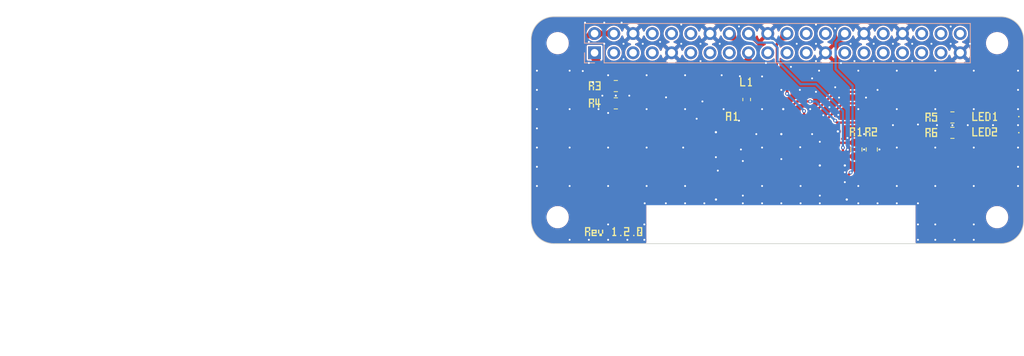
<source format=kicad_pcb>
(kicad_pcb (version 20241229) (generator "pcbnew") (generator_version "9.0")
  (title_block (title "Radio Module 2 uHAT for Pico Series") (date "2026-02-20") (rev "1.2.0") (company "LiterallySomeCat"))
  (layers (0 "F.Cu" mixed) (2 "B.Cu" mixed) (5 "F.SilkS" user "F.Silkscreen") (7 "B.SilkS" user "B.Silkscreen") (1 "F.Mask" user) (3 "B.Mask" user) (25 "Edge.Cuts" user))
  (net 0 "")
  (net 1 "GND")
  (net 2 "/GPIO3")
  (net 3 "/GPIO12")
  (net 4 "/GPIO13")
  (net 5 "/GPIO18")
  (net 6 "/GPIO17")
  (net 7 "/GPIO14")
  (net 8 "/GPIO27")
  (net 9 "/GPIO22")
  (net 10 "/GPIO23")
  (net 11 "/GPIO26")
  (net 12 "/GPIO24")
  (net 13 "/GPIO2")
  (net 14 "/GPIO1")
  (net 15 "/GPIO25")
  (net 16 "/GPIO9")
  (net 17 "/GPIO10")
  (net 18 "/GPIO20")
  (net 19 "/GPIO19")
  (net 20 "/GPIO8")
  (net 21 "/GPIO0")
  (net 22 "/GPIO6")
  (net 23 "/GPIO7")
  (net 24 "/GPIO11")
  (net 25 "/GPIO4")
  (net 26 "/GPIO16")
  (net 27 "/GPIO21")
  (net 28 "Net-(A1-DO)")
  (net 29 "+5V")
  (net 30 "+3V3")
  (net 31 "/WL_GPIO2")
  (net 33 "/WL_GPIO0")
  (net 34 "/WL_GPIO1")
  (net 36 "Net-(A1-VDDIO)")
  (net 38 "Net-(A1-nIRQ)")
  (net 39 "/GPIO5")
  (net 40 "/GPIO15")
  (net 41 "Net-(LED1-A)")
  (net 42 "Net-(LED2-A)")
  (footprint "MountingHole:MountingHole_2.7mm_M2.5" (layer "F.Cu") (at 161.5 73.5)
    (property "Reference" "MH2" (hide yes))
    (property "Value" "MountingHole_2.7mm_M2.5" (hide yes))
    (pad "" np_thru_hole circle (at 0 0) (size 2.7 2.7) (drill 2.7) (layers "*.Cu" "*.Mask"))
  )
  (footprint "lsc-resistor:R_ERA-6A_0805_2012Metric" (layer "F.Cu") (at 111.176 81.458 180)
    (property "Reference" "R4" (at 2.696 0 180) (layer "F.SilkS") (effects (font (size 1.35 1.35) (thickness 0.254) (bold yes))))
    (property "Value" "470")
    (fp_line (start -0.227064 0.735) (end 0.227064 0.735) (stroke (width 0.12)) (layer "F.SilkS"))
    (fp_line (start -0.227064 -0.735) (end 0.227064 -0.735) (stroke (width 0.12)) (layer "F.SilkS"))
    (pad "1" smd roundrect (at -0.9125 0 180) (size 1.025 1.4) (layers "F.Cu" "F.Mask" "F.Paste") (roundrect_rratio 0.243902) (net 34 "/WL_GPIO1"))
    (pad "2" smd roundrect (at 0.9125 0 180) (size 1.025 1.4) (layers "F.Cu" "F.Mask" "F.Paste") (roundrect_rratio 0.243902) (net 1 "GND"))
  )
  (footprint "lsc-led-smd:LED_599-00XX-137F_0603_1608Metric" (layer "F.Cu") (at 162.992 85.36 180)
    (property "Reference" "LED2" (at 3.048 0.092 180) (layer "F.SilkS") (effects (font (size 1.35 1.35) (thickness 0.254) (bold yes))))
    (property "Value" "YL-GN" (hide yes))
    (fp_circle (center -1.3716 0.0254) (end -1.3716 0.0754) (stroke (width 0.1)) (fill yes) (layer "F.SilkS"))
    (pad "1" smd roundrect (at -0.75 0 270) (size 0.8 0.8) (layers "F.Cu" "F.Mask" "F.Paste") (net 1 "GND"))
    (pad "2" smd roundrect (at 0.75 0 270) (size 0.8 0.8) (layers "F.Cu" "F.Mask" "F.Paste") (net 42 "Net-(LED2-A)"))
  )
  (footprint "MountingHole:MountingHole_2.7mm_M2.5" (layer "F.Cu") (at 103.5 96.5)
    (property "Reference" "MH3" (hide yes))
    (property "Value" "MountingHole_2.7mm_M2.5" (hide yes))
    (pad "" np_thru_hole circle (at 0 0) (size 2.7 2.7) (drill 2.7) (layers "*.Cu" "*.Mask"))
  )
  (footprint "lsc-module:rpi_rmc20452t" (layer "F.Cu") (at 133.02 91.618 180)
    (property "Reference" "A1" (at 5.588 7.62 0) (layer "F.SilkS") (effects (font (size 1.35 1.35) (thickness 0.254) (bold yes)) (justify right bottom)))
    (property "Value" "RMC20452" (hide yes))
    (pad "1" smd roundrect (at -6.75 -2.55 180) (size 2 1) (layers "F.Cu" "F.Mask" "F.Paste") (net 1 "GND") (clearance 0))
    (pad "2" smd roundrect (at -6.75 -1.05 180) (size 2 1) (layers "F.Cu" "F.Mask" "F.Paste") (clearance 0))
    (pad "3" smd roundrect (at -6.75 0.45 180) (size 2 1) (layers "F.Cu" "F.Mask" "F.Paste") (net 14 "/GPIO1") (clearance 0))
    (pad "4" smd roundrect (at -6.75 1.95 180) (size 2 1) (layers "F.Cu" "F.Mask" "F.Paste") (net 1 "GND") (clearance 0))
    (pad "5" smd roundrect (at -6.75 3.45 180) (size 2 1) (layers "F.Cu" "F.Mask" "F.Paste") (net 12 "/GPIO24") (clearance 0))
    (pad "6" smd roundrect (at -6.75 4.95 180) (size 2 1) (layers "F.Cu" "F.Mask" "F.Paste") (net 28 "Net-(A1-DO)") (clearance 0))
    (pad "7" smd roundrect (at -6.75 6.45 180) (size 2 1) (layers "F.Cu" "F.Mask" "F.Paste") (net 1 "GND") (clearance 0))
    (pad "8" smd roundrect (at -4.5 7.75 270) (size 2 1) (layers "F.Cu" "F.Mask" "F.Paste") (net 33 "/WL_GPIO0") (clearance 0))
    (pad "9" smd roundrect (at -3 7.75 270) (size 2 1) (layers "F.Cu" "F.Mask" "F.Paste") (net 15 "/GPIO25") (clearance 0))
    (pad "10" smd roundrect (at -1.5 7.75 270) (size 2 1) (layers "F.Cu" "F.Mask" "F.Paste") (net 38 "Net-(A1-nIRQ)") (clearance 0))
    (pad "11" smd roundrect (at 0 7.75 270) (size 2 1) (layers "F.Cu" "F.Mask" "F.Paste") (net 1 "GND") (clearance 0))
    (pad "12" smd roundrect (at 1.5 7.75 270) (size 2 1) (layers "F.Cu" "F.Mask" "F.Paste") (net 10 "/GPIO23") (clearance 0))
    (pad "13" smd roundrect (at 3 7.75 270) (size 2 1) (layers "F.Cu" "F.Mask" "F.Paste") (net 10 "/GPIO23") (clearance 0))
    (pad "14" smd roundrect (at 4.5 7.75 270) (size 2 1) (layers "F.Cu" "F.Mask" "F.Paste") (net 36 "Net-(A1-VDDIO)") (clearance 0))
    (pad "15" smd roundrect (at 6.75 6.45) (size 2 1) (layers "F.Cu" "F.Mask" "F.Paste") (net 1 "GND") (clearance 0))
    (pad "16" smd roundrect (at 6.75 4.95) (size 2 1) (layers "F.Cu" "F.Mask" "F.Paste") (net 36 "Net-(A1-VDDIO)") (clearance 0))
    (pad "17" smd roundrect (at 6.75 3.45) (size 2 1) (layers "F.Cu" "F.Mask" "F.Paste") (net 31 "/WL_GPIO2") (clearance 0))
    (pad "18" smd roundrect (at 6.75 1.95) (size 2 1) (layers "F.Cu" "F.Mask" "F.Paste") (net 34 "/WL_GPIO1") (clearance 0))
    (pad "19" smd roundrect (at 6.75 0.45) (size 2 1) (layers "F.Cu" "F.Mask" "F.Paste") (clearance 0))
    (pad "20" smd roundrect (at 6.75 -1.05) (size 2 1) (layers "F.Cu" "F.Mask" "F.Paste") (clearance 0))
    (pad "21" smd roundrect (at 6.75 -2.55) (size 2 1) (layers "F.Cu" "F.Mask" "F.Paste") (net 1 "GND") (clearance 0))
  )
  (footprint "MountingHole:MountingHole_2.7mm_M2.5" (layer "F.Cu") (at 103.5 73.5)
    (property "Reference" "MH1" (hide yes))
    (property "Value" "MountingHole_2.7mm_M2.5" (hide yes))
    (pad "" np_thru_hole circle (at 0 0) (size 2.7 2.7) (drill 2.7) (layers "*.Cu" "*.Mask"))
  )
  (footprint "lsc-resistor:R_ERA-6A_0805_2012Metric" (layer "F.Cu") (at 142.926 87.554 90)
    (property "Reference" "R1" (at 2.286 0 180) (layer "F.SilkS") (effects (font (size 1.35 1.35) (thickness 0.254) (bold yes))))
    (property "Value" "10k")
    (fp_line (start -0.227064 -0.735) (end 0.227064 -0.735) (stroke (width 0.12)) (layer "F.SilkS"))
    (fp_line (start -0.227064 0.735) (end 0.227064 0.735) (stroke (width 0.12)) (layer "F.SilkS"))
    (pad "1" smd roundrect (at -0.9125 0 90) (size 1.025 1.4) (layers "F.Cu" "F.Mask" "F.Paste") (roundrect_rratio 0.243902) (net 12 "/GPIO24"))
    (pad "2" smd roundrect (at 0.9125 0 90) (size 1.025 1.4) (layers "F.Cu" "F.Mask" "F.Paste") (roundrect_rratio 0.243902) (net 28 "Net-(A1-DO)"))
  )
  (footprint "lsc-resistor:R_ERA-6A_0805_2012Metric" (layer "F.Cu") (at 111.176 79.172)
    (property "Reference" "R3" (at -2.696 0 0) (layer "F.SilkS") (effects (font (size 1.35 1.35) (thickness 0.254) (bold yes))))
    (property "Value" "470")
    (fp_line (start -0.227064 -0.735) (end 0.227064 -0.735) (stroke (width 0.12)) (layer "F.SilkS"))
    (fp_line (start -0.227064 0.735) (end 0.227064 0.735) (stroke (width 0.12)) (layer "F.SilkS"))
    (pad "1" smd roundrect (at -0.9125 0) (size 1.025 1.4) (layers "F.Cu" "F.Mask" "F.Paste") (roundrect_rratio 0.243902) (net 29 "+5V"))
    (pad "2" smd roundrect (at 0.9125 0) (size 1.025 1.4) (layers "F.Cu" "F.Mask" "F.Paste") (roundrect_rratio 0.243902) (net 34 "/WL_GPIO1"))
  )
  (footprint "lsc-resistor:R_ERA-6A_0805_2012Metric" (layer "F.Cu") (at 144.958 87.554 90)
    (property "Reference" "R2" (at 2.286 0 0) (layer "F.SilkS") (effects (font (size 1.35 1.35) (thickness 0.254) (bold yes))))
    (property "Value" "10k")
    (fp_line (start -0.227064 -0.735) (end 0.227064 -0.735) (stroke (width 0.12)) (layer "F.SilkS"))
    (fp_line (start -0.227064 0.735) (end 0.227064 0.735) (stroke (width 0.12)) (layer "F.SilkS"))
    (pad "1" smd roundrect (at -0.9125 0 90) (size 1.025 1.4) (layers "F.Cu" "F.Mask" "F.Paste") (roundrect_rratio 0.243902) (net 12 "/GPIO24"))
    (pad "2" smd roundrect (at 0.9125 0 90) (size 1.025 1.4) (layers "F.Cu" "F.Mask" "F.Paste") (roundrect_rratio 0.243902) (net 38 "Net-(A1-nIRQ)"))
  )
  (footprint "MountingHole:MountingHole_2.7mm_M2.5" (layer "F.Cu") (at 161.5 96.5)
    (property "Reference" "MH4" (hide yes))
    (property "Value" "MountingHole_2.7mm_M2.5" (hide yes))
    (pad "" np_thru_hole circle (at 0 0) (size 2.7 2.7) (drill 2.7) (layers "*.Cu" "*.Mask"))
  )
  (footprint "lsc-resistor:R_ERA-6A_0805_2012Metric" (layer "F.Cu") (at 155.6 83.32 180)
    (property "Reference" "R5" (at 2.7 0 180) (layer "F.SilkS") (effects (font (size 1.35 1.35) (thickness 0.254) (bold yes))))
    (property "Value" "470")
    (fp_line (start -0.227064 0.735) (end 0.227064 0.735) (stroke (width 0.12)) (layer "F.SilkS"))
    (fp_line (start -0.227064 -0.735) (end 0.227064 -0.735) (stroke (width 0.12)) (layer "F.SilkS"))
    (pad "1" smd roundrect (at -0.9125 0 180) (size 1.025 1.4) (layers "F.Cu" "F.Mask" "F.Paste") (roundrect_rratio 0.243902) (net 41 "Net-(LED1-A)"))
    (pad "2" smd roundrect (at 0.9125 0 180) (size 1.025 1.4) (layers "F.Cu" "F.Mask" "F.Paste") (roundrect_rratio 0.243902) (net 33 "/WL_GPIO0"))
  )
  (footprint "lsc-resistor:R_ERA-6A_0805_2012Metric" (layer "F.Cu") (at 155.6 85.354 180)
    (property "Reference" "R6" (at 2.7 0 180) (layer "F.SilkS") (effects (font (size 1.35 1.35) (thickness 0.254) (bold yes))))
    (property "Value" "470")
    (fp_line (start -0.227064 0.735) (end 0.227064 0.735) (stroke (width 0.12)) (layer "F.SilkS"))
    (fp_line (start -0.227064 -0.735) (end 0.227064 -0.735) (stroke (width 0.12)) (layer "F.SilkS"))
    (pad "1" smd roundrect (at -0.9125 0 180) (size 1.025 1.4) (layers "F.Cu" "F.Mask" "F.Paste") (roundrect_rratio 0.243902) (net 42 "Net-(LED2-A)"))
    (pad "2" smd roundrect (at 0.9125 0 180) (size 1.025 1.4) (layers "F.Cu" "F.Mask" "F.Paste") (roundrect_rratio 0.243902) (net 31 "/WL_GPIO2"))
  )
  (footprint "lsc-led-smd:LED_599-00XX-137F_0603_1608Metric" (layer "F.Cu") (at 162.992 83.236 180)
    (property "Reference" "LED1" (at 3.048 0 180) (layer "F.SilkS") (effects (font (size 1.35 1.35) (thickness 0.254) (bold yes))))
    (property "Value" "BU" (hide yes))
    (fp_circle (center -1.3716 0.0254) (end -1.3716 0.0754) (stroke (width 0.1)) (fill yes) (layer "F.SilkS"))
    (pad "1" smd roundrect (at -0.75 0 270) (size 0.8 0.8) (layers "F.Cu" "F.Mask" "F.Paste") (net 1 "GND"))
    (pad "2" smd roundrect (at 0.75 0 270) (size 0.8 0.8) (layers "F.Cu" "F.Mask" "F.Paste") (net 41 "Net-(LED1-A)"))
  )
  (footprint "Inductor_SMD:L_0603_1608Metric_Pad1.05x0.95mm_HandSolder" (layer "F.Cu") (at 128.448 80.95 -90)
    (property "Reference" "L1" (at -2.286 0 0) (layer "F.SilkS") (effects (font (size 1.35 1.35) (thickness 0.254) (bold yes))))
    (property "Value" "BLM18EG471SN1D" (hide yes))
    (fp_line (start -0.171267 0.51) (end 0.171267 0.51) (stroke (width 0.12)) (layer "F.SilkS"))
    (fp_line (start -0.171267 -0.51) (end 0.171267 -0.51) (stroke (width 0.12)) (layer "F.SilkS"))
    (pad "1" smd roundrect (at -0.875 0 270) (size 1.05 0.95) (layers "F.Cu" "F.Mask" "F.Paste") (net 30 "+3V3"))
    (pad "2" smd roundrect (at 0.875 0 270) (size 1.05 0.95) (layers "F.Cu" "F.Mask" "F.Paste") (net 36 "Net-(A1-VDDIO)"))
  )
  (footprint "Connector_PinSocket_2.54mm:PinSocket_2x20_P2.54mm_Vertical" (layer "B.Cu") (at 108.37 74.77 -90)
    (property "Reference" "J1" (hide yes))
    (property "Value" "GPIO" (hide yes))
    (fp_line (start -3.87 1.33) (end -1.27 1.33) (stroke (width 0.12)) (layer "B.SilkS"))
    (fp_line (start -3.87 1.33) (end -3.87 -49.59) (stroke (width 0.12)) (layer "B.SilkS"))
    (fp_line (start -1.27 1.33) (end -1.27 -1.27) (stroke (width 0.12)) (layer "B.SilkS"))
    (fp_line (start 0 1.33) (end 1.33 1.33) (stroke (width 0.12)) (layer "B.SilkS"))
    (fp_line (start 1.33 1.33) (end 1.33 0) (stroke (width 0.12)) (layer "B.SilkS"))
    (fp_line (start -1.27 -1.27) (end 1.33 -1.27) (stroke (width 0.12)) (layer "B.SilkS"))
    (fp_line (start 1.33 -1.27) (end 1.33 -49.59) (stroke (width 0.12)) (layer "B.SilkS"))
    (fp_line (start -3.87 -49.59) (end 1.33 -49.59) (stroke (width 0.12)) (layer "B.SilkS"))
    (pad "1" thru_hole rect (at 0 0 270) (size 1.7 1.7) (drill 1) (layers "*.Cu" "*.Mask") (net 30 "+3V3"))
    (pad "2" thru_hole circle (at -2.54 0 270) (size 1.7 1.7) (drill 1) (layers "*.Cu" "*.Mask") (net 29 "+5V"))
    (pad "3" thru_hole circle (at 0 -2.54 270) (size 1.7 1.7) (drill 1) (layers "*.Cu" "*.Mask") (net 13 "/GPIO2"))
    (pad "4" thru_hole circle (at -2.54 -2.54 270) (size 1.7 1.7) (drill 1) (layers "*.Cu" "*.Mask") (net 29 "+5V"))
    (pad "5" thru_hole circle (at 0 -5.08 270) (size 1.7 1.7) (drill 1) (layers "*.Cu" "*.Mask") (net 2 "/GPIO3"))
    (pad "6" thru_hole circle (at -2.54 -5.08 270) (size 1.7 1.7) (drill 1) (layers "*.Cu" "*.Mask") (net 1 "GND"))
    (pad "7" thru_hole circle (at 0 -7.62 270) (size 1.7 1.7) (drill 1) (layers "*.Cu" "*.Mask") (net 7 "/GPIO14"))
    (pad "8" thru_hole circle (at -2.54 -7.62 270) (size 1.7 1.7) (drill 1) (layers "*.Cu" "*.Mask") (net 25 "/GPIO4"))
    (pad "9" thru_hole circle (at 0 -10.16 270) (size 1.7 1.7) (drill 1) (layers "*.Cu" "*.Mask") (net 1 "GND"))
    (pad "10" thru_hole circle (at -2.54 -10.16 270) (size 1.7 1.7) (drill 1) (layers "*.Cu" "*.Mask") (net 40 "/GPIO15"))
    (pad "11" thru_hole circle (at 0 -12.7 270) (size 1.7 1.7) (drill 1) (layers "*.Cu" "*.Mask") (net 6 "/GPIO17"))
    (pad "12" thru_hole circle (at -2.54 -12.7 270) (size 1.7 1.7) (drill 1) (layers "*.Cu" "*.Mask") (net 5 "/GPIO18"))
    (pad "13" thru_hole circle (at 0 -15.24 270) (size 1.7 1.7) (drill 1) (layers "*.Cu" "*.Mask") (net 8 "/GPIO27"))
    (pad "14" thru_hole circle (at -2.54 -15.24 270) (size 1.7 1.7) (drill 1) (layers "*.Cu" "*.Mask") (net 1 "GND"))
    (pad "15" thru_hole circle (at 0 -17.78 270) (size 1.7 1.7) (drill 1) (layers "*.Cu" "*.Mask") (net 9 "/GPIO22"))
    (pad "16" thru_hole circle (at -2.54 -17.78 270) (size 1.7 1.7) (drill 1) (layers "*.Cu" "*.Mask") (net 10 "/GPIO23"))
    (pad "17" thru_hole circle (at 0 -20.32 270) (size 1.7 1.7) (drill 1) (layers "*.Cu" "*.Mask") (net 30 "+3V3"))
    (pad "18" thru_hole circle (at -2.54 -20.32 270) (size 1.7 1.7) (drill 1) (layers "*.Cu" "*.Mask") (net 12 "/GPIO24"))
    (pad "19" thru_hole circle (at 0 -22.86 270) (size 1.7 1.7) (drill 1) (layers "*.Cu" "*.Mask") (net 24 "/GPIO11"))
    (pad "20" thru_hole circle (at -2.54 -22.86 270) (size 1.7 1.7) (drill 1) (layers "*.Cu" "*.Mask") (net 1 "GND"))
    (pad "21" thru_hole circle (at 0 -25.4 270) (size 1.7 1.7) (drill 1) (layers "*.Cu" "*.Mask") (net 3 "/GPIO12"))
    (pad "22" thru_hole circle (at -2.54 -25.4 270) (size 1.7 1.7) (drill 1) (layers "*.Cu" "*.Mask") (net 15 "/GPIO25"))
    (pad "23" thru_hole circle (at 0 -27.94 270) (size 1.7 1.7) (drill 1) (layers "*.Cu" "*.Mask") (net 17 "/GPIO10"))
    (pad "24" thru_hole circle (at -2.54 -27.94 270) (size 1.7 1.7) (drill 1) (layers "*.Cu" "*.Mask") (net 20 "/GPIO8"))
    (pad "25" thru_hole circle (at 0 -30.48 270) (size 1.7 1.7) (drill 1) (layers "*.Cu" "*.Mask") (net 1 "GND"))
    (pad "26" thru_hole circle (at -2.54 -30.48 270) (size 1.7 1.7) (drill 1) (layers "*.Cu" "*.Mask") (net 23 "/GPIO7"))
    (pad "27" thru_hole circle (at 0 -33.02 270) (size 1.7 1.7) (drill 1) (layers "*.Cu" "*.Mask") (net 21 "/GPIO0"))
    (pad "28" thru_hole circle (at -2.54 -33.02 270) (size 1.7 1.7) (drill 1) (layers "*.Cu" "*.Mask") (net 14 "/GPIO1"))
    (pad "29" thru_hole circle (at 0 -35.56 270) (size 1.7 1.7) (drill 1) (layers "*.Cu" "*.Mask") (net 39 "/GPIO5"))
    (pad "30" thru_hole circle (at -2.54 -35.56 270) (size 1.7 1.7) (drill 1) (layers "*.Cu" "*.Mask") (net 1 "GND"))
    (pad "31" thru_hole circle (at 0 -38.1 270) (size 1.7 1.7) (drill 1) (layers "*.Cu" "*.Mask") (net 22 "/GPIO6"))
    (pad "32" thru_hole circle (at -2.54 -38.1 270) (size 1.7 1.7) (drill 1) (layers "*.Cu" "*.Mask") (net 16 "/GPIO9"))
    (pad "33" thru_hole circle (at 0 -40.64 270) (size 1.7 1.7) (drill 1) (layers "*.Cu" "*.Mask") (net 4 "/GPIO13"))
    (pad "34" thru_hole circle (at -2.54 -40.64 270) (size 1.7 1.7) (drill 1) (layers "*.Cu" "*.Mask") (net 1 "GND"))
    (pad "35" thru_hole circle (at 0 -43.18 270) (size 1.7 1.7) (drill 1) (layers "*.Cu" "*.Mask") (net 19 "/GPIO19"))
    (pad "36" thru_hole circle (at -2.54 -43.18 270) (size 1.7 1.7) (drill 1) (layers "*.Cu" "*.Mask") (net 26 "/GPIO16"))
    (pad "37" thru_hole circle (at 0 -45.72 270) (size 1.7 1.7) (drill 1) (layers "*.Cu" "*.Mask") (net 11 "/GPIO26"))
    (pad "38" thru_hole circle (at -2.54 -45.72 270) (size 1.7 1.7) (drill 1) (layers "*.Cu" "*.Mask") (net 18 "/GPIO20"))
    (pad "39" thru_hole circle (at 0 -48.26 270) (size 1.7 1.7) (drill 1) (layers "*.Cu" "*.Mask") (net 1 "GND"))
    (pad "40" thru_hole circle (at -2.54 -48.26 270) (size 1.7 1.7) (drill 1) (layers "*.Cu" "*.Mask") (net 27 "/GPIO21"))
  )
  (gr_arc (start 162 70) (mid 164.12132 70.87868) (end 165 73) (stroke (width 0.1)) (layer "Edge.Cuts"))
  (gr_line (start 165 97) (end 165 73) (stroke (width 0.1)) (layer "Edge.Cuts"))
  (gr_line (start 100 73) (end 100 97) (stroke (width 0.1)) (layer "Edge.Cuts"))
  (gr_arc (start 103 100) (mid 100.87868 99.12132) (end 100 97) (stroke (width 0.1)) (layer "Edge.Cuts"))
  (gr_line (start 103 100) (end 162 100) (stroke (width 0.1)) (layer "Edge.Cuts"))
  (gr_arc (start 165 97) (mid 164.12132 99.12132) (end 162 100) (stroke (width 0.1)) (layer "Edge.Cuts"))
  (gr_arc (start 100 73) (mid 100.87868 70.87868) (end 103 70) (stroke (width 0.1)) (layer "Edge.Cuts"))
  (gr_line (start 162 70) (end 103 70) (stroke (width 0.1)) (layer "Edge.Cuts"))
  (gr_text "Rev ${REVISION}" (at 107.112 99.238 0) (layer "F.SilkS") (effects (font (size 1.35 1.35) (thickness 0.254) (bold yes)) (justify left bottom)))
  (segment (start 141.656 94.168) (end 139.77 94.168) (width 0.8) (layer "F.Cu") (net 1))
  (segment (start 141.402 89.668) (end 138.1 89.668) (width 0.8) (layer "F.Cu") (net 1))
  (segment (start 126.27 94.168) (end 124.394 94.168) (width 0.8) (layer "F.Cu") (net 1))
  (segment (start 138.618 94.168) (end 138.1 93.65) (width 0.5) (layer "F.Cu") (net 1))
  (segment (start 126.27 94.168) (end 127.422 94.168) (width 0.5) (layer "F.Cu") (net 1))
  (segment (start 124.892 85.268) (end 124.384 85.268) (width 0.8) (layer "F.Cu") (net 1))
  (segment (start 124.384 85.268) (end 126.17 85.268) (width 0.8) (layer "F.Cu") (net 1))
  (segment (start 133.274 82.22) (end 133.02 82.474) (width 0.8) (layer "F.Cu") (net 1))
  (segment (start 139.77 94.168) (end 138.618 94.168) (width 0.5) (layer "F.Cu") (net 1))
  (segment (start 126.17 85.268) (end 126.27 85.168) (width 0.8) (layer "F.Cu") (net 1))
  (segment (start 133.02 83.868) (end 133.02 85.522) (width 0.8) (layer "F.Cu") (net 1))
  (segment (start 127.422 94.168) (end 127.94 93.65) (width 0.5) (layer "F.Cu") (net 1))
  (segment (start 133.02 82.474) (end 133.02 83.868) (width 0.8) (layer "F.Cu") (net 1))
  (segment (start 140.481 85.168) (end 139.77 85.168) (width 0.8) (layer "F.Cu") (net 1))
  (segment (start 124.394 94.168) (end 124.384 94.158) (width 0.8) (layer "F.Cu") (net 1))
  (via (at 120.32 82.22) (size 0.508) (drill 0.254) (layers "F.Cu" "B.Cu") (net 1))
  (via (at 140.894 76.124) (size 0.508) (drill 0.254) (layers "F.Cu" "B.Cu") (net 1))
  (via (at 127.94 93.65) (size 0.508) (drill 0.254) (layers "F.Cu" "B.Cu") (net 1))
  (via (at 130.48 82.22) (size 0.508) (drill 0.254) (layers "F.Cu" "B.Cu") (net 1))
  (via (at 111.938 70.79) (size 0.508) (drill 0.254) (layers "F.Cu" "B.Cu") (net 1))
  (via (at 137.084 78.156) (size 0.508) (drill 0.254) (layers "F.Cu" "B.Cu") (net 1))
  (via (at 147.752 75.87) (size 0.508) (drill 0.254) (layers "F.Cu" "B.Cu") (net 1))
  (via (at 151.054 94.666) (size 0.508) (drill 0.254) (layers "F.Cu" "B.Cu") (net 1))
  (via (at 143.18 94.666) (size 0.508) (drill 0.254) (layers "F.Cu" "B.Cu") (net 1))
  (via (at 117.78 94.666) (size 0.508) (drill 0.254) (layers "F.Cu" "B.Cu") (net 1))
  (via (at 140.132 71.552) (size 0.508) (drill 0.254) (layers "F.Cu" "B.Cu") (net 1))
  (via (at 143.942 85.522) (size 0.508) (drill 0.254) (layers "F.Cu" "B.Cu") (net 1))
  (via (at 137.592 75.87) (size 0.508) (drill 0.254) (layers "F.Cu" "B.Cu") (net 1))
  (via (at 152.832 73.584) (size 0.508) (drill 0.254) (layers "F.Cu" "B.Cu") (net 1))
  (via (at 111.176 80.442) (size 0.508) (drill 0.254) (layers "F.Cu" "B.Cu") (net 1))
  (via (at 143.18 77.14) (size 0.508) (drill 0.254) (layers "F.Cu" "B.Cu") (net 1))
  (via (at 148.26 77.14) (size 0.508) (drill 0.254) (layers "F.Cu" "B.Cu") (net 1))
  (via (at 150.292 73.584) (size 0.508) (drill 0.254) (layers "F.Cu" "B.Cu") (net 1))
  (via (at 112.192 73.584) (size 0.508) (drill 0.254) (layers "F.Cu" "B.Cu") (net 1))
  (via (at 130.48 77.902) (size 0.508) (drill 0.254) (layers "F.Cu" "B.Cu") (net 1))
  (via (at 140.544 82.982) (size 0.508) (drill 0.254) (layers "F.Cu" "B.Cu") (net 1))
  (via (at 153.566 84.3371) (size 0.508) (drill 0.254) (layers "F.Cu" "B.Cu") (net 1))
  (via (at 158.42 82.22) (size 0.508) (drill 0.254) (layers "F.Cu" "B.Cu") (net 1))
  (via (at 148.26 82.22) (size 0.508) (drill 0.254) (layers "F.Cu" "B.Cu") (net 1))
  (via (at 122.86 94.666) (size 0.508) (drill 0.254) (layers "F.Cu" "B.Cu") (net 1))
  (via (at 106.81388 77.18412) (size 0.508) (drill 0.254) (layers "F.Cu" "B.Cu") (net 1))
  (via (at 145.212 75.87) (size 0.508) (drill 0.254) (layers "F.Cu" "B.Cu") (net 1))
  (via (at 164.262 79.68) (size 0.508) (drill 0.254) (layers "F.Cu" "B.Cu") (net 1))
  (via (at 151.054 84.252) (size 0.508) (drill 0.254) (layers "F.Cu" "B.Cu") (net 1))
  (via (at 153.34 92.38) (size 0.508) (drill 0.254) (layers "F.Cu" "B.Cu") (net 1))
  (via (at 114.936072 97.46) (size 0.508) (drill 0.254) (layers "F.Cu" "B.Cu") (net 1))
  (via (at 119.812 71.044) (size 0.508) (drill 0.254) (layers "F.Cu" "B.Cu") (net 1))
  (via (at 127.94 94.666) (size 0.508) (drill 0.254) (layers "F.Cu" "B.Cu") (net 1))
  (via (at 112.954 80.442) (size 0.508) (drill 0.254) (layers "F.Cu" "B.Cu") (net 1))
  (via (at 138.1 89.668) (size 0.634) (drill 0.3) (layers "F.Cu" "B.Cu") (net 1))
  (via (at 130.48 92.38) (size 0.508) (drill 0.254) (layers "F.Cu" "B.Cu") (net 1))
  (via (at 137.592 71.044) (size 0.508) (drill 0.254) (layers "F.Cu" "B.Cu") (net 1))
  (via (at 151.054 97.46) (size 0.508) (drill 0.254) (layers "F.Cu" "B.Cu") (net 1))
  (via (at 124.892 73.584) (size 0.508) (drill 0.254) (layers "F.Cu" "B.Cu") (net 1))
  (via (at 100.762 89.84) (size 0.508) (drill 0.254) (layers "F.Cu" "B.Cu") (net 1))
  (via (at 143.942 87.554) (size 0.508) (drill 0.254) (layers "F.Cu" "B.Cu") (net 1))
  (via (at 110.16 77.74) (size 0.508) (drill 0.254) (layers "F.Cu" "B.Cu") (net 1))
  (via (at 109.652 73.584) (size 0.508) (drill 0.254) (layers "F.Cu" "B.Cu") (net 1))
  (via (at 137.084 85.522) (size 0.508) (drill 0.254) (layers "F.Cu" "B.Cu") (net 1))
  (via (at 112.192 75.616) (size 0.508) (drill 0.254) (layers "F.Cu" "B.Cu") (net 1))
  (via (at 105.08 82.22) (size 0.508) (drill 0.254) (layers "F.Cu" "B.Cu") (net 1))
  (via (at 114.986 94.666) (size 0.508) (drill 0.254) (layers "F.Cu" "B.Cu") (net 1))
  (via (at 148.26 92.38) (size 0.508) (drill 0.254) (layers "F.Cu" "B.Cu") (net 1))
  (via (at 153.34 82.22) (size 0.508) (drill 0.254) (layers "F.Cu" "B.Cu") (net 1))
  (via (at 153.34 97.46) (size 0.508) (drill 0.254) (layers "F.Cu" "B.Cu") (net 1))
  (via (at 135.513907 87.253907) (size 0.508) (drill 0.254) (layers "F.Cu" "B.Cu") (net 1))
  (via (at 115.24 87.3) (size 0.508) (drill 0.254) (layers "F.Cu" "B.Cu") (net 1))
  (via (at 127.686 87.554) (size 0.508) (drill 0.254) (layers "F.Cu" "B.Cu") (net 1))
  (via (at 115.24 82.22) (size 0.508) (drill 0.254) (layers "F.Cu" "B.Cu") (net 1))
  (via (at 164.262 87.3) (size 0.508) (drill 0.254) (layers "F.Cu" "B.Cu") (net 1))
  (via (at 109.652 70.79) (size 0.508) (drill 0.254) (layers "F.Cu" "B.Cu") (net 1))
  (via (at 153.34 87.3) (size 0.508) (drill 0.254) (layers "F.Cu" "B.Cu") (net 1))
  (via (at 127.432 71.298) (size 0.508) (drill 0.254) (layers "F.Cu" "B.Cu") (net 1))
  (via (at 108.128 78.664) (size 0.508) (drill 0.254) (layers "F.Cu" "B.Cu") (net 1))
  (via (at 145.72 94.666) (size 0.508) (drill 0.254) (layers "F.Cu" "B.Cu") (net 1))
  (via (at 127.551677 77.874323) (size 0.508) (drill 0.254) (layers "F.Cu" "B.Cu") (net 1))
  (via (at 100.762 77.14) (size 0.508) (drill 0.254) (layers "F.Cu" "B.Cu") (net 1))
  (via (at 105.08 77.14) (size 0.508) (drill 0.254) (layers "F.Cu" "B.Cu") (net 1))
  (via (at 107.62 73.33) (size 0.508) (drill 0.254) (layers "F.Cu" "B.Cu") (net 1))
  (via (at 110.16 82.728) (size 0.508) (drill 0.254) (layers "F.Cu" "B.Cu") (net 1))
  (via (at 143.18 82.22) (size 0.508) (drill 0.254) (layers "F.Cu" "B.Cu") (net 1))
  (via (at 153.34 99.492) (size 0.508) (drill 0.254) (layers "F.Cu" "B.Cu") (net 1))
  (via (at 120.066 87.3) (size 0.508) (drill 0.254) (layers "F.Cu" "B.Cu") (net 1))
  (via (at 119.812 73.584) (size 0.508) (drill 0.254) (layers "F.Cu" "B.Cu") (net 1))
  (via (at 100.762 79.68) (size 0.508) (drill 0.254) (layers "F.Cu" "B.Cu") (net 1))
  (via (at 147.752 84.3371) (size 0.508) (drill 0.254) (layers "F.Cu" "B.Cu") (net 1))
  (via (at 117.804069 80.664583) (size 0.508) (drill 0.254) (layers "F.Cu" "B.Cu") (net 1))
  (via (at 120.32 94.666) (size 0.508) (drill 0.254) (layers "F.Cu" "B.Cu") (net 1))
  (via (at 124.384 85.268) (size 0.634) (drill 0.3) (layers "F.Cu" "B.Cu") (net 1))
  (via (at 134.29 76.632) (size 0.508) (drill 0.254) (layers "F.Cu" "B.Cu") (net 1))
  (via (at 148.26 87.3) (size 0.508) (drill 0.254) (layers "F.Cu" "B.Cu") (net 1))
  (via (at 133.02 88.824) (size 0.508) (drill 0.254) (layers "F.Cu" "B.Cu") (net 1))
  (via (at 158.42 99.492) (size 0.508) (drill 0.254) (layers "F.Cu" "B.Cu") (net 1))
  (via (at 158.42 87.3) (size 0.508) (drill 0.254) (layers "F.Cu" "B.Cu") (net 1))
  (via (at 139.37 81.966) (size 0.508) (drill 0.254) (layers "F.Cu" "B.Cu") (net 1))
  (via (at 133.02 85.522) (size 0.634) (drill 0.3) (layers "F.Cu" "B.Cu") (net 1))
  (via (at 112.7 99.492) (size 0.508) (drill 0.254) (layers "F.Cu" "B.Cu") (net 1))
  (via (at 137.592 73.584) (size 0.508) (drill 0.254) (layers "F.Cu" "B.Cu") (net 1))
  (via (at 114.732 73.584) (size 0.508) (drill 0.254) (layers "F.Cu" "B.Cu") (net 1))
  (via (at 124.384 88.57) (size 0.508) (drill 0.254) (layers "F.Cu" "B.Cu") (net 1))
  (via (at 148.26 94.666) (size 0.508) (drill 0.254) (layers "F.Cu" "B.Cu") (net 1))
  (via (at 164.262 84.3371) (size 0.508) (drill 0.254) (layers "F.Cu" "B.Cu") (net 1))
  (via (at 164.262 92.38) (size 0.508) (drill 0.254) (layers "F.Cu" "B.Cu") (net 1))
  (via (at 114.936072 99.492) (size 0.508) (drill 0.254) (layers "F.Cu" "B.Cu") (net 1))
  (via (at 158.42 92.38) (size 0.508) (drill 0.254) (layers "F.Cu" "B.Cu") (net 1))
  (via (at 110.16 97.46) (size 0.508) (drill 0.254) (layers "F.Cu" "B.Cu") (net 1))
  (via (at 155.372 71.298) (size 0.508) (drill 0.254) (layers "F.Cu" "B.Cu") (net 1))
  (via (at 122.606 81.204) (size 0.508) (drill 0.254) (layers "F.Cu" "B.Cu") (net 1))
  (via (at 122.352 75.87) (size 0.508) (drill 0.254) (layers "F.Cu" "B.Cu") (net 1))
  (via (at 147.752 73.584) (size 0.508) (drill 0.254) (layers "F.Cu" "B.Cu") (net 1))
  (via (at 100.762 82.22) (size 0.508) (drill 0.254) (layers "F.Cu" "B.Cu") (net 1))
  (via (at 138.561907 83.028093) (size 0.508) (drill 0.254) (layers "F.Cu" "B.Cu") (net 1))
  (via (at 140.64 80.696) (size 0.508) (drill 0.254) (layers "F.Cu" "B.Cu") (net 1))
  (via (at 110.16 99.492) (size 0.508) (drill 0.254) (layers "F.Cu" "B.Cu") (net 1))
  (via (at 125.4 82.22) (size 0.508) (drill 0.254) (layers "F.Cu" "B.Cu") (net 1))
  (via (at 142.672 75.87) (size 0.508) (drill 0.254) (layers "F.Cu" "B.Cu") (net 1))
  (via (at 150.292 75.87) (size 0.508) (drill 0.254) (layers "F.Cu" "B.Cu") (net 1))
  (via (at 141.402 91.872) (size 0.508) (drill 0.254) (layers "F.Cu" "B.Cu") (net 1))
  (via (at 142.164 73.584) (size 0.508) (drill 0.254) (layers "F.Cu" "B.Cu") (net 1))
  (via (at 141.800458 87.592894) (size 0.508) (drill 0.254) (layers "F.Cu" "B.Cu") (net 1))
  (via (at 157.63 84.3371) (size 0.508) (drill 0.254) (layers "F.Cu" "B.Cu") (net 1))
  (via (at 130.48 87.3) (size 0.508) (drill 0.254) (layers "F.Cu" "B.Cu") (net 1))
  (via (at 124.394 94.168) (size 0.634) (drill 0.3) (layers "F.Cu" "B.Cu") (net 1))
  (via (at 135.052 73.584) (size 0.508) (drill 0.254) (layers "F.Cu" "B.Cu") (net 1))
  (via (at 145.212 73.584) (size 0.508) (drill 0.254) (layers "F.Cu" "B.Cu") (net 1))
  (via (at 130.48 94.666) (size 0.508) (drill 0.254) (layers "F.Cu" "B.Cu") (net 1))
  (via (at 115.24 92.38) (size 0.508) (drill 0.254) (layers "F.Cu" "B.Cu") (net 1))
  (via (at 107.62 99.492) (size 0.508) (drill 0.254) (layers "F.Cu" "B.Cu") (net 1))
  (via (at 127.432 83.744) (size 0.508) (drill 0.254) (layers "F.Cu" "B.Cu") (net 1))
  (via (at 120.32 77.74) (size 0.508) (drill 0.254) (layers "F.Cu" "B.Cu") (net 1))
  (via (at 155.88 99.492) (size 0.508) (drill 0.254) (layers "F.Cu" "B.Cu") (net 1))
  (via (at 127.94 89.078) (size 0.508) (drill 0.254) (layers "F.Cu" "B.Cu") (net 1))
  (via (at 141.402 90.564) (size 0.508) (drill 0.254) (layers "F.Cu" "B.Cu") (net 1))
  (via (at 138.004 77.14) (size 0.508) (drill 0.254) (layers "F.Cu" "B.Cu") (net 1))
  (via (at 158.42 77.14) (size 0.508) (drill 0.254) (layers "F.Cu" "B.Cu") (net 1))
  (via (at 100.762 87.3) (size 0.508) (drill 0.254) (layers "F.Cu" "B.Cu") (net 1))
  (via (at 121.844 83.49) (size 0.508) (drill 0.254) (layers "F.Cu" "B.Cu") (net 1))
  (via (at 135.464 79.68) (size 0.508) (drill 0.254) (layers "F.Cu" "B.Cu") (net 1))
  (via (at 133.02 94.666) (size 0.508) (drill 0.254) (layers "F.Cu" "B.Cu") (net 1))
  (via (at 105.08 87.3) (size 0.508) (drill 0.254) (layers "F.Cu" "B.Cu") (net 1))
  (via (at 151.054 99.492) (size 0.508) (drill 0.254) (layers "F.Cu" "B.Cu") (net 1))
  (via (at 107.112 70.79) (size 0.508) (drill 0.254) (layers "F.Cu" "B.Cu") (net 1))
  (via (at 138.1 86.538) (size 0.508) (drill 0.254) (layers "F.Cu" "B.Cu") (net 1))
  (via (at 157.912 73.584) (size 0.508) (drill 0.254) (layers "F.Cu" "B.Cu") (net 1))
  (via (at 137.592 79.934) (size 0.508) (drill 0.254) (layers "F.Cu" "B.Cu") (net 1))
  (via (at 141.656 94.168) (size 0.634) (drill 0.3) (layers "F.Cu" "B.Cu") (net 1))
  (via (at 135.56 92.38) (size 0.508) (drill 0.254) (layers "F.Cu" "B.Cu") (net 1))
  (via (at 133.274 82.22) (size 0.634) (drill 0.3) (layers "F.Cu" "B.Cu") (net 1))
  (via (at 160.96 84.3371) (size 0.508) (drill 0.254) (layers "F.Cu" "B.Cu") (net 1))
  (via (at 108.89 82.22) (size 0.508) (drill 0.254) (layers "F.Cu" "B.Cu") (net 1))
  (via (at 164.262 77.14) (size 0.508) (drill 0.254) (layers "F.Cu" "B.Cu") (net 1))
  (via (at 100.762 84.76) (size 0.508) (drill 0.254) (layers "F.Cu" "B.Cu") (net 1))
  (via (at 109.398 80.442) (size 0.508) (drill 0.254) (layers "F.Cu" "B.Cu") (net 1))
  (via (at 143.18 92.38) (size 0.508) (drill 0.254) (layers "F.Cu" "B.Cu") (net 1))
  (via (at 164.262 89.84) (size 0.508) (drill 0.254) (layers "F.Cu" "B.Cu") (net 1))
  (via (at 133.02 79.68) (size 0.508) (drill 0.254) (layers "F.Cu" "B.Cu") (net 1))
  (via (at 145.974 87.554) (size 0.508) (drill 0.254) (layers "F.Cu" "B.Cu") (net 1))
  (via (at 141.752 86.03) (size 0.508) (drill 0.254) (layers "F.Cu" "B.Cu") (net 1))
  (via (at 164.262 82.22) (size 0.508) (drill 0.254) (layers "F.Cu" "B.Cu") (net 1))
  (via (at 129.718 85.522) (size 0.508) (drill 0.254) (layers "F.Cu" "B.Cu") (net 1))
  (via (at 100.762 92.38) (size 0.508) (drill 0.254) (layers "F.Cu" "B.Cu") (net 1))
  (via (at 122.352 73.584) (size 0.508) (drill 0.254) (layers "F.Cu" "B.Cu") (net 1))
  (via (at 125.146 77.74) (size 0.508) (drill 0.254) (layers "F.Cu" "B.Cu") (net 1))
  (via (at 135.56 94.666) (size 0.508) (drill 0.254) (layers "F.Cu" "B.Cu") (net 1))
  (via (at 107.62 76.124) (size 0.508) (drill 0.254) (layers "F.Cu" "B.Cu") (net 1))
  (via (at 130.988 76.124) (size 0.508) (drill 0.254) (layers "F.Cu" "B.Cu") (net 1))
  (via (at 115.24 77.74) (size 0.508) (drill 0.254) (layers "F.Cu" "B.Cu") (net 1))
  (via (at 144.196 80.696) (size 0.508) (drill 0.254) (layers "F.Cu" "B.Cu") (net 1))
  (via (at 120.32 92.38) (size 0.508) (drill 0.254) (layers "F.Cu" "B.Cu") (net 1))
  (via (at 138.1 94.666) (size 0.508) (drill 0.254) (layers "F.Cu" "B.Cu") (net 1))
  (via (at 138.1 93.65) (size 0.508) (drill 0.254) (layers "F.Cu" "B.Cu") (net 1))
  (via (at 140.132 79.33) (size 0.508) (drill 0.254) (layers "F.Cu" "B.Cu") (net 1))
  (via (at 141.402 89.668) (size 0.634) (drill 0.3) (layers "F.Cu" "B.Cu") (net 1))
  (via (at 105.08 92.38) (size 0.508) (drill 0.254) (layers "F.Cu" "B.Cu") (net 1))
  (via (at 158.42 97.46) (size 0.508) (drill 0.254) (layers "F.Cu" "B.Cu") (net 1))
  (via (at 110.16 87.3) (size 0.508) (drill 0.254) (layers "F.Cu" "B.Cu") (net 1))
  (via (at 124.638 90.348) (size 0.508) (drill 0.254) (layers "F.Cu" "B.Cu") (net 1))
  (via (at 105.08 99.492) (size 0.508) (drill 0.254) (layers "F.Cu" "B.Cu") (net 1))
  (via (at 136.83 82.22) (size 0.508) (drill 0.254) (layers "F.Cu" "B.Cu") (net 1))
  (via (at 140.481 85.168) (size 0.634) (drill 0.3) (layers "F.Cu" "B.Cu") (net 1))
  (via (at 155.372 73.584) (size 0.508) (drill 0.254) (layers "F.Cu" "B.Cu") (net 1))
  (via (at 155.6 84.352) (size 0.508) (drill 0.254) (layers "F.Cu" "B.Cu") (net 1))
  (via (at 153.34 77.14) (size 0.508) (drill 0.254) (layers "F.Cu" "B.Cu") (net 1))
  (via (at 110.16 92.38) (size 0.508) (drill 0.254) (layers "F.Cu" "B.Cu") (net 1))
  (via (at 145.72 79.68) (size 0.508) (drill 0.254) (layers "F.Cu" "B.Cu") (net 1))
  (via (at 117.018 73.33) (size 0.508) (drill 0.254) (layers "F.Cu" "B.Cu") (net 1))
  (segment (start 129.187471 73.569) (end 129.891 74.272529) (width 0.3) (layer "F.Cu") (net 10))
  (segment (start 129.875 75.283471) (end 129.875 80.345) (width 0.3) (layer "F.Cu") (net 10))
  (segment (start 130.02 83.868) (end 131.52 83.868) (width 0.3) (layer "F.Cu") (net 10))
  (segment (start 129.891 74.272529) (end 129.891 75.267471) (width 0.3) (layer "F.Cu") (net 10))
  (segment (start 129.875 80.345) (end 129.891 80.361) (width 0.3) (layer "F.Cu") (net 10))
  (segment (start 127.489 73.569) (end 129.187471 73.569) (width 0.3) (layer "F.Cu") (net 10))
  (segment (start 129.891 75.267471) (end 129.875 75.283471) (width 0.3) (layer "F.Cu") (net 10))
  (segment (start 129.891 80.361) (end 131.52 81.99) (width 0.3) (layer "F.Cu") (net 10))
  (segment (start 126.15 72.23) (end 127.489 73.569) (width 0.3) (layer "F.Cu") (net 10))
  (segment (start 131.52 81.99) (end 131.52 83.868) (width 0.3) (layer "F.Cu") (net 10))
  (segment (start 141 88.168) (end 141.2985 88.4665) (width 0.3) (layer "F.Cu") (net 12))
  (segment (start 141.2985 88.4665) (end 142.926 88.4665) (width 0.3) (layer "F.Cu") (net 12))
  (segment (start 141.148 88.02) (end 141 88.168) (width 0.3) (layer "F.Cu") (net 12))
  (segment (start 142.926 88.4665) (end 144.958 88.4665) (width 0.3) (layer "F.Cu") (net 12))
  (segment (start 139.77 88.168) (end 141 88.168) (width 0.3) (layer "F.Cu") (net 12))
  (segment (start 141.148 87.318) (end 141.148 88.02) (width 0.3) (layer "F.Cu") (net 12))
  (via (at 141.148 87.318) (size 0.508) (drill 0.254) (layers "F.Cu" "B.Cu") (net 12))
  (segment (start 141.148 87.318) (end 141.148 82.474) (width 0.3) (layer "B.Cu") (net 12))
  (segment (start 131.851 73.431) (end 129.891 73.431) (width 0.3) (layer "B.Cu") (net 12))
  (segment (start 137.592 78.918) (end 135.56 78.918) (width 0.3) (layer "B.Cu") (net 12))
  (segment (start 141.148 82.474) (end 137.592 78.918) (width 0.3) (layer "B.Cu") (net 12))
  (segment (start 135.56 78.918) (end 132.512 75.87) (width 0.3) (layer "B.Cu") (net 12))
  (segment (start 132.512 75.87) (end 132.512 74.092) (width 0.3) (layer "B.Cu") (net 12))
  (segment (start 132.512 74.092) (end 131.851 73.431) (width 0.3) (layer "B.Cu") (net 12))
  (segment (start 129.891 73.431) (end 128.69 72.23) (width 0.3) (layer "B.Cu") (net 12))
  (segment (start 142.164 90.602) (end 142.007 90.759) (width 0.3) (layer "F.Cu") (net 14))
  (segment (start 142.007 90.8146) (end 141.6526 91.169) (width 0.3) (layer "F.Cu") (net 14))
  (segment (start 141.1504 91.168) (end 139.77 91.168) (width 0.3) (layer "F.Cu") (net 14))
  (segment (start 141.6526 91.169) (end 141.1514 91.169) (width 0.3) (layer "F.Cu") (net 14))
  (segment (start 141.1514 91.169) (end 141.1504 91.168) (width 0.3) (layer "F.Cu") (net 14))
  (segment (start 142.007 90.759) (end 142.007 90.8146) (width 0.3) (layer "F.Cu") (net 14))
  (via (at 142.164 90.602) (size 0.508) (drill 0.254) (layers "F.Cu" "B.Cu") (net 14))
  (segment (start 140.189 73.431) (end 141.39 72.23) (width 0.3) (layer "B.Cu") (net 14))
  (segment (start 142.164 90.602) (end 142.418 90.348) (width 0.3) (layer "B.Cu") (net 14))
  (segment (start 142.418 79.172) (end 140.189 76.943) (width 0.3) (layer "B.Cu") (net 14))
  (segment (start 140.189 76.943) (end 140.189 73.431) (width 0.3) (layer "B.Cu") (net 14))
  (segment (start 142.418 90.348) (end 142.418 79.172) (width 0.3) (layer "B.Cu") (net 14))
  (segment (start 132.431 73.569) (end 133.77 72.23) (width 0.3) (layer "F.Cu") (net 15))
  (segment (start 136.02 82.474) (end 136.02 83.868) (width 0.3) (layer "F.Cu") (net 15))
  (segment (start 132.431 77.059) (end 132.431 73.569) (width 0.3) (layer "F.Cu") (net 15))
  (segment (start 133.782 80.188) (end 133.782 78.41) (width 0.3) (layer "F.Cu") (net 15))
  (segment (start 133.782 78.41) (end 132.431 77.059) (width 0.3) (layer "F.Cu") (net 15))
  (via (at 133.782 80.188) (size 0.508) (drill 0.254) (layers "F.Cu" "B.Cu") (net 15))
  (via (at 136.02 82.474) (size 0.508) (drill 0.254) (layers "F.Cu" "B.Cu") (net 15))
  (segment (start 135.972 82.426) (end 135.814 82.268) (width 0.3) (layer "B.Cu") (net 15))
  (segment (start 136.068 82.426) (end 135.972 82.426) (width 0.3) (layer "B.Cu") (net 15))
  (segment (start 135.814 82.22) (end 133.782 80.188) (width 0.3) (layer "B.Cu") (net 15))
  (segment (start 135.814 82.268) (end 135.814 82.22) (width 0.3) (layer "B.Cu") (net 15))
  (segment (start 136.02 82.474) (end 136.068 82.426) (width 0.3) (layer "B.Cu") (net 15))
  (segment (start 139.624 86.668) (end 142.8995 86.668) (width 0.3) (layer "F.Cu") (net 28))
  (segment (start 106.604 76.124) (end 106.604 73.33) (width 0.3) (layer "F.Cu") (net 29))
  (segment (start 107.41888 76.93888) (end 107.41888 76.93352) (width 0.3) (layer "F.Cu") (net 29))
  (segment (start 107.41888 76.93352) (end 107.06448 76.57912) (width 0.3) (layer "F.Cu") (net 29))
  (segment (start 110.2635 79.172) (end 109.652 79.172) (width 0.3) (layer "F.Cu") (net 29))
  (segment (start 107.05912 76.57912) (end 106.604 76.124) (width 0.3) (layer "F.Cu") (net 29))
  (segment (start 107.06448 76.57912) (end 107.05912 76.57912) (width 0.3) (layer "F.Cu") (net 29))
  (segment (start 109.652 79.172) (end 107.41888 76.93888) (width 0.3) (layer "F.Cu") (net 29))
  (segment (start 106.604 73.33) (end 107.704 72.23) (width 0.3) (layer "F.Cu") (net 29))
  (segment (start 107.704 72.23) (end 110.91 72.23) (width 0.3) (layer "F.Cu") (net 29))
  (segment (start 108.37 74.77) (end 108.37 75.604) (width 0.8) (layer "F.Cu") (net 30))
  (segment (start 108.37 75.604) (end 109.652 76.886) (width 0.8) (layer "F.Cu") (net 30))
  (segment (start 127.432 76.886) (end 128.702 75.616) (width 0.8) (layer "F.Cu") (net 30))
  (segment (start 128.69 75.604) (end 128.69 74.77) (width 0.8) (layer "F.Cu") (net 30))
  (segment (start 128.702 75.616) (end 128.69 75.604) (width 0.8) (layer "F.Cu") (net 30))
  (segment (start 127.771094 76.886) (end 128.449 77.563906) (width 0.8) (layer "F.Cu") (net 30))
  (segment (start 127.686 76.886) (end 127.771094 76.886) (width 0.8) (layer "F.Cu") (net 30))
  (segment (start 128.449 77.563906) (end 128.449 78.272212) (width 0.8) (layer "F.Cu") (net 30))
  (segment (start 109.652 76.886) (end 112.7 76.886) (width 0.8) (layer "F.Cu") (net 30))
  (segment (start 112.192 76.886) (end 127.432 76.886) (width 0.8) (layer "F.Cu") (net 30))
  (segment (start 128.449 78.272212) (end 128.448 78.273212) (width 0.8) (layer "F.Cu") (net 30))
  (segment (start 128.448 78.273212) (end 128.448 80.075) (width 0.8) (layer "F.Cu") (net 30))
  (segment (start 135.454 88.168) (end 138.371 85.251) (width 0.3) (layer "F.Cu") (net 31))
  (segment (start 141.132 81.458) (end 143.434 81.458) (width 0.3) (layer "F.Cu") (net 31))
  (segment (start 138.371 84.219) (end 141.132 81.458) (width 0.3) (layer "F.Cu") (net 31))
  (segment (start 138.371 85.251) (end 138.371 84.219) (width 0.3) (layer "F.Cu") (net 31))
  (segment (start 143.434 81.458) (end 147.3291 85.3531) (width 0.3) (layer "F.Cu") (net 31))
  (segment (start 126.27 88.168) (end 135.454 88.168) (width 0.3) (layer "F.Cu") (net 31))
  (segment (start 147.3291 85.3531) (end 154.6855 85.3531) (width 0.3) (layer "F.Cu") (net 31))
  (segment (start 154.6875 83.32) (end 154.6864 83.3211) (width 0.3) (layer "F.Cu") (net 33))
  (segment (start 148.09 83.32) (end 154.6875 83.32) (width 0.3) (layer "F.Cu") (net 33))
  (segment (start 137.374 83.868) (end 137.374 82.692) (width 0.3) (layer "F.Cu") (net 33))
  (segment (start 137.374 82.692) (end 140.132 79.934) (width 0.3) (layer "F.Cu") (net 33))
  (segment (start 154.6864 83.3211) (end 154.6855 83.3211) (width 0.3) (layer "F.Cu") (net 33))
  (segment (start 144.704 79.934) (end 148.09 83.32) (width 0.3) (layer "F.Cu") (net 33))
  (segment (start 140.132 79.934) (end 144.704 79.934) (width 0.3) (layer "F.Cu") (net 33))
  (segment (start 122.606 88.57) (end 123.704 89.668) (width 0.3) (layer "F.Cu") (net 34))
  (segment (start 123.704 89.668) (end 126.27 89.668) (width 0.3) (layer "F.Cu") (net 34))
  (segment (start 112.0885 81.458) (end 121.336 81.458) (width 0.3) (layer "F.Cu") (net 34))
  (segment (start 121.336 81.458) (end 122.606 82.728) (width 0.3) (layer "F.Cu") (net 34))
  (segment (start 112.0885 81.458) (end 112.0885 79.172) (width 0.2) (layer "F.Cu") (net 34))
  (segment (start 122.606 82.728) (end 122.606 88.57) (width 0.3) (layer "F.Cu") (net 34))
  (segment (start 128.52 83.868) (end 128.52 81.897) (width 0.8) (layer "F.Cu") (net 36))
  (segment (start 128.52 81.897) (end 128.448 81.825) (width 0.8) (layer "F.Cu") (net 36))
  (segment (start 128.07 86.668) (end 128.52 86.218) (width 0.8) (layer "F.Cu") (net 36))
  (segment (start 126.27 86.668) (end 128.07 86.668) (width 0.8) (layer "F.Cu") (net 36))
  (segment (start 128.52 86.218) (end 128.52 83.868) (width 0.8) (layer "F.Cu") (net 36))
  (segment (start 135.052 81.204) (end 134.52 81.736) (width 0.3) (layer "F.Cu") (net 38))
  (segment (start 136.83 81.204) (end 135.052 81.204) (width 0.3) (layer "F.Cu") (net 38))
  (segment (start 144.958 86.6415) (end 144.958 85.014) (width 0.3) (layer "F.Cu") (net 38))
  (segment (start 134.52 81.736) (end 134.52 83.868) (width 0.3) (layer "F.Cu") (net 38))
  (segment (start 140.386 83.998) (end 140.132 83.744) (width 0.3) (layer "F.Cu") (net 38))
  (segment (start 143.942 83.998) (end 140.386 83.998) (width 0.3) (layer "F.Cu") (net 38))
  (segment (start 144.958 85.014) (end 143.942 83.998) (width 0.3) (layer "F.Cu") (net 38))
  (via (at 140.132 83.744) (size 0.508) (drill 0.254) (layers "F.Cu" "B.Cu") (net 38))
  (via (at 136.83 81.204) (size 0.508) (drill 0.254) (layers "F.Cu" "B.Cu") (net 38))
  (segment (start 137.592 81.204) (end 140.132 83.744) (width 0.3) (layer "B.Cu") (net 38))
  (segment (start 136.83 81.204) (end 137.592 81.204) (width 0.3) (layer "B.Cu") (net 38))
  (segment (start 162.1569 83.3211) (end 162.242 83.236) (width 0.3) (layer "F.Cu") (net 41))
  (segment (start 156.5105 83.3211) (end 162.1569 83.3211) (width 0.3) (layer "F.Cu") (net 41))
  (segment (start 156.5105 85.3531) (end 162.242 85.3531) (width 0.3) (layer "F.Cu") (net 42))
  (zone (net 1) (net_name "GND") (layer "F.Cu") (name "GND_ZONE0") (connect_pads (clearance 0)) (min_thickness 0.25) (fill yes (thermal_gap 0.5) (thermal_bridge_width 0.5) (smoothing chamfer))
    (polygon (pts (xy 100.254 98.222) (xy 100 97.206) (xy 100 72.568) (xy 100.254 71.806) (xy 100.381 71.552) (xy 100.762 71.044) (xy 101.27 70.536) (xy 101.778 70.282) (xy 102.54 70.028) (xy 162.484 70.028) (xy 163.754 70.536) (xy 164.516 71.298) (xy 164.77 71.806) (xy 165.024 72.822) (xy 165.024 97.206) (xy 164.77 98.222) (xy 164.262 98.984) (xy 163.246 99.746) (xy 162.23 100) (xy 102.54 100) (xy 101.27 99.492) (xy 100.762 98.984)))
  )
  (zone (net 0) (net_name "") (layers "F.Cu" "B.Cu") (name "WL_KEEP_OUT") (connect_pads (clearance 0)) (min_thickness 0.25)
    (keepout (tracks not_allowed) (vias not_allowed) (pads not_allowed) (copperpour not_allowed) (footprints allowed))
    (fill (thermal_gap 0.5) (thermal_bridge_width 0.5))
    (polygon (pts (xy 150.750072 94.92) (xy 150.750072 100) (xy 140.075735 100) (xy 115.190072 100) (xy 115.190072 94.92)))
  )
  (zone (net 1) (net_name "GND") (layer "B.Cu") (name "GND_ZONE0") (connect_pads (clearance 0)) (min_thickness 0.25) (fill yes (thermal_gap 0.5) (thermal_bridge_width 0.5) (smoothing chamfer))
    (polygon (pts (xy 100.254 98.222) (xy 100 97.206) (xy 100 72.568) (xy 100.254 71.806) (xy 100.381 71.552) (xy 100.762 71.044) (xy 101.27 70.536) (xy 101.778 70.282) (xy 102.54 70.028) (xy 162.484 70.028) (xy 163.754 70.536) (xy 164.516 71.298) (xy 164.77 71.806) (xy 165.024 72.822) (xy 165.024 97.206) (xy 164.77 98.222) (xy 164.262 98.984) (xy 163.246 99.746) (xy 162.23 100) (xy 102.54 100) (xy 101.27 99.492) (xy 100.762 98.984)))
  )
)
</source>
